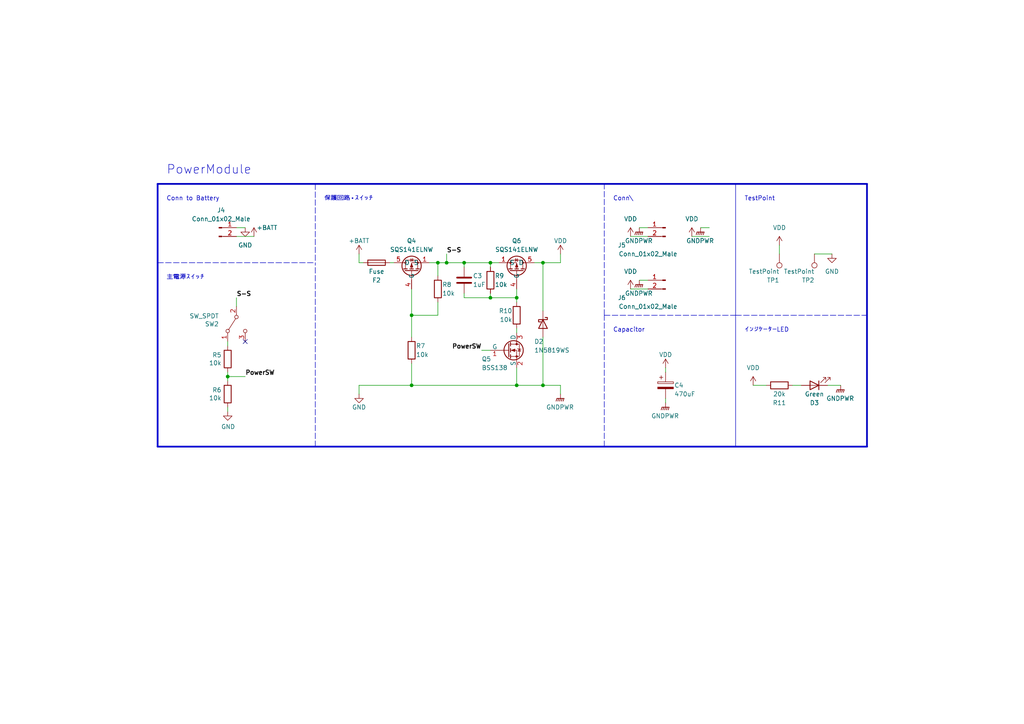
<source format=kicad_sch>
(kicad_sch (version 20230121) (generator eeschema)
  (paper "A4")
  (lib_symbols
    (symbol "AON6411_1"
      (property "Reference" "Q" (at 5.08 1.905 0))
      (property "Value" "AON6411" (at 5.08 0 0))
      (symbol "AON6411_1_0_1"
        (polyline (pts (xy 0.254 0) (xy -2.54 0)))
        (polyline (pts (xy 0.254 1.905) (xy 0.254 -1.905)) (stroke (width 0.254)))
        (polyline (pts (xy 0.762 -1.27) (xy 0.762 -2.286)) (stroke (width 0.254)))
        (polyline (pts (xy 0.762 0.508) (xy 0.762 -0.508)) (stroke (width 0.254)))
        (polyline (pts (xy 0.762 2.286) (xy 0.762 1.27)) (stroke (width 0.254)))
        (polyline (pts (xy 2.54 2.54) (xy 2.54 1.778)))
        (polyline (pts (xy 2.54 -2.54) (xy 2.54 0) (xy 0.762 0)))
        (polyline (pts (xy 0.762 1.778) (xy 3.302 1.778) (xy 3.302 -1.778) (xy 0.762 -1.778)))
        (polyline (pts (xy 2.286 0) (xy 1.27 0.381) (xy 1.27 -0.381) (xy 2.286 0)) (fill (type outline)))
        (polyline (pts (xy 2.794 -0.508) (xy 2.921 -0.381) (xy 3.683 -0.381) (xy 3.81 -0.254)))
        (polyline (pts (xy 3.302 -0.381) (xy 2.921 0.254) (xy 3.683 0.254) (xy 3.302 -0.381)))
        (circle (center 1.651 0) (radius 2.794) (stroke (width 0.254)))
        (circle (center 2.54 -1.778) (radius 0.254) (fill (type outline)))
        (circle (center 2.54 1.778) (radius 0.254) (fill (type outline)))
      )
      (symbol "AON6411_1_1_1"
        (pin passive line (at 2.54 -5.08 90) (length 2.54) (name "S") (number "1"))
        (pin passive line (at 2.54 -5.08 90) (length 2.54) hide (name "S") (number "2"))
        (pin passive line (at 2.54 -5.08 90) (length 2.54) hide (name "S") (number "3"))
        (pin input line (at -5.08 0 0) (length 2.54) (name "G") (number "4"))
        (pin passive line (at 2.54 5.08 270) (length 2.54) (name "D") (number "5"))
      )
    )
    (symbol "Connector:Conn_01x02_Male" (pin_names (offset 1.016) hide)
      (property "Reference" "J" (at 0 2.54 0))
      (property "Value" "Conn_01x02_Male" (at 0 -5.08 0))
      (symbol "Conn_01x02_Male_1_1"
        (polyline (pts (xy 1.27 -2.54) (xy 0.8636 -2.54)) (stroke (width 0.1524)))
        (polyline (pts (xy 1.27 0) (xy 0.8636 0)) (stroke (width 0.1524)))
        (rectangle (start 0.8636 -2.413) (end 0 -2.667) (stroke (width 0.1524)) (fill (type outline)))
        (rectangle (start 0.8636 0.127) (end 0 -0.127) (stroke (width 0.1524)) (fill (type outline)))
        (pin passive line (at 5.08 0 180) (length 3.81) (name "Pin_1") (number "1"))
        (pin passive line (at 5.08 -2.54 180) (length 3.81) (name "Pin_2") (number "2"))
      )
    )
    (symbol "Connector:TestPoint" (pin_numbers hide) (pin_names (offset 0.762) hide)
      (property "Reference" "TP" (at 0 6.858 0))
      (property "Value" "TestPoint" (at 0 5.08 0))
      (symbol "TestPoint_0_1"
        (circle (center 0 3.302) (radius 0.762))
      )
      (symbol "TestPoint_1_1"
        (pin passive line (at 0 0 90) (length 2.54) (name "1") (number "1"))
      )
    )
    (symbol "D_Schottky_3" (pin_numbers hide) (pin_names (offset 1.016) hide)
      (property "Reference" "D" (at 0 2.54 0))
      (property "Value" "D_Schottky_3" (at 0 -2.54 0))
      (symbol "D_Schottky_3_0_1"
        (polyline (pts (xy 1.27 0) (xy -1.27 0)))
        (polyline (pts (xy 1.27 1.27) (xy 1.27 -1.27) (xy -1.27 0) (xy 1.27 1.27)) (stroke (width 0.254)))
        (polyline (pts (xy -1.905 0.635) (xy -1.905 1.27) (xy -1.27 1.27) (xy -1.27 -1.27) (xy -0.635 -1.27) (xy -0.635 -0.635)) (stroke (width 0.254)))
      )
      (symbol "D_Schottky_3_1_1"
        (pin passive line (at -3.81 0 0) (length 2.54) (name "K") (number "1"))
        (pin passive line (at 3.81 0 180) (length 2.54) (name "A") (number "2"))
      )
    )
    (symbol "Device:C" (pin_numbers hide) (pin_names (offset 0.254))
      (property "Reference" "C" (at 0.635 2.54 0))
      (property "Value" "C" (at 0.635 -2.54 0))
      (symbol "C_0_1"
        (polyline (pts (xy -2.032 -0.762) (xy 2.032 -0.762)) (stroke (width 0.508)))
        (polyline (pts (xy -2.032 0.762) (xy 2.032 0.762)) (stroke (width 0.508)))
      )
      (symbol "C_1_1"
        (pin passive line (at 0 3.81 270) (length 2.794) (name "~") (number "1"))
        (pin passive line (at 0 -3.81 90) (length 2.794) (name "~") (number "2"))
      )
    )
    (symbol "Device:C_Polarized" (pin_numbers hide) (pin_names (offset 0.254))
      (property "Reference" "C" (at 0.635 2.54 0))
      (property "Value" "C_Polarized" (at 0.635 -2.54 0))
      (symbol "C_Polarized_0_1"
        (rectangle (start -2.286 0.508) (end 2.286 1.016))
        (polyline (pts (xy -1.778 2.286) (xy -0.762 2.286)))
        (polyline (pts (xy -1.27 2.794) (xy -1.27 1.778)))
        (rectangle (start 2.286 -0.508) (end -2.286 -1.016) (fill (type outline)))
      )
      (symbol "C_Polarized_1_1"
        (pin passive line (at 0 3.81 270) (length 2.794) (name "~") (number "1"))
        (pin passive line (at 0 -3.81 90) (length 2.794) (name "~") (number "2"))
      )
    )
    (symbol "Device:Fuse" (pin_numbers hide) (pin_names (offset 0))
      (property "Reference" "F" (at 2.032 0 90))
      (property "Value" "Fuse" (at -1.905 0 90))
      (symbol "Fuse_0_1"
        (rectangle (start -0.762 -2.54) (end 0.762 2.54) (stroke (width 0.254)))
        (polyline (pts (xy 0 2.54) (xy 0 -2.54)))
      )
      (symbol "Fuse_1_1"
        (pin passive line (at 0 3.81 270) (length 1.27) (name "~") (number "1"))
        (pin passive line (at 0 -3.81 90) (length 1.27) (name "~") (number "2"))
      )
    )
    (symbol "Device:LED" (pin_numbers hide) (pin_names (offset 1.016) hide)
      (property "Reference" "D" (at 0 2.54 0))
      (property "Value" "LED" (at 0 -2.54 0))
      (symbol "LED_0_1"
        (polyline (pts (xy -1.27 -1.27) (xy -1.27 1.27)) (stroke (width 0.254)))
        (polyline (pts (xy -1.27 0) (xy 1.27 0)))
        (polyline (pts (xy 1.27 -1.27) (xy 1.27 1.27) (xy -1.27 0) (xy 1.27 -1.27)) (stroke (width 0.254)))
        (polyline (pts (xy -3.048 -0.762) (xy -4.572 -2.286) (xy -3.81 -2.286) (xy -4.572 -2.286) (xy -4.572 -1.524)))
        (polyline (pts (xy -1.778 -0.762) (xy -3.302 -2.286) (xy -2.54 -2.286) (xy -3.302 -2.286) (xy -3.302 -1.524)))
      )
      (symbol "LED_1_1"
        (pin passive line (at -3.81 0 0) (length 2.54) (name "K") (number "1"))
        (pin passive line (at 3.81 0 180) (length 2.54) (name "A") (number "2"))
      )
    )
    (symbol "Device:R" (pin_numbers hide) (pin_names (offset 0))
      (property "Reference" "R" (at 2.032 0 90))
      (property "Value" "R" (at 0 0 90))
      (symbol "R_0_1"
        (rectangle (start -1.016 -2.54) (end 1.016 2.54) (stroke (width 0.254)))
      )
      (symbol "R_1_1"
        (pin passive line (at 0 3.81 270) (length 1.27) (name "~") (number "1"))
        (pin passive line (at 0 -3.81 90) (length 1.27) (name "~") (number "2"))
      )
    )
    (symbol "Q_NMOS_GSD_1" (pin_names (offset 0))
      (property "Reference" "Q" (at 5.08 1.27 0))
      (property "Value" "Q_NMOS_GSD_1" (at 5.08 -1.27 0))
      (symbol "Q_NMOS_GSD_1_0_1"
        (polyline (pts (xy 0.254 0) (xy -2.54 0)))
        (polyline (pts (xy 0.254 1.905) (xy 0.254 -1.905)) (stroke (width 0.254)))
        (polyline (pts (xy 0.762 -1.27) (xy 0.762 -2.286)) (stroke (width 0.254)))
        (polyline (pts (xy 0.762 0.508) (xy 0.762 -0.508)) (stroke (width 0.254)))
        (polyline (pts (xy 0.762 2.286) (xy 0.762 1.27)) (stroke (width 0.254)))
        (polyline (pts (xy 2.54 2.54) (xy 2.54 1.778)))
        (polyline (pts (xy 2.54 -2.54) (xy 2.54 0) (xy 0.762 0)))
        (polyline (pts (xy 0.762 -1.778) (xy 3.302 -1.778) (xy 3.302 1.778) (xy 0.762 1.778)))
        (polyline (pts (xy 1.016 0) (xy 2.032 0.381) (xy 2.032 -0.381) (xy 1.016 0)) (fill (type outline)))
        (polyline (pts (xy 2.794 0.508) (xy 2.921 0.381) (xy 3.683 0.381) (xy 3.81 0.254)))
        (polyline (pts (xy 3.302 0.381) (xy 2.921 -0.254) (xy 3.683 -0.254) (xy 3.302 0.381)))
        (circle (center 1.651 0) (radius 2.794) (stroke (width 0.254)))
        (circle (center 2.54 -1.778) (radius 0.254) (fill (type outline)))
        (circle (center 2.54 1.778) (radius 0.254) (fill (type outline)))
      )
      (symbol "Q_NMOS_GSD_1_1_1"
        (pin input line (at -5.08 0 0) (length 2.54) (name "G") (number "1"))
        (pin passive line (at 2.54 -5.08 90) (length 2.54) (name "S") (number "2"))
        (pin passive line (at 2.54 5.08 270) (length 2.54) (name "D") (number "3"))
      )
    )
    (symbol "Switch:SW_SPDT" (pin_names (offset 0) hide)
      (property "Reference" "SW" (at 0 4.318 0))
      (property "Value" "SW_SPDT" (at 0 -5.08 0))
      (symbol "SW_SPDT_0_0"
        (circle (center -2.032 0) (radius 0.508))
        (circle (center 2.032 -2.54) (radius 0.508))
      )
      (symbol "SW_SPDT_0_1"
        (polyline (pts (xy -1.524 0.254) (xy 1.651 2.286)))
        (circle (center 2.032 2.54) (radius 0.508))
      )
      (symbol "SW_SPDT_1_1"
        (pin passive line (at 5.08 2.54 180) (length 2.54) (name "A") (number "1"))
        (pin passive line (at -5.08 0 0) (length 2.54) (name "B") (number "2"))
        (pin passive line (at 5.08 -2.54 180) (length 2.54) (name "C") (number "3"))
      )
    )
    (symbol "Transistor_FET:AON6411"
      (property "Reference" "Q" (at 5.08 1.905 0))
      (property "Value" "AON6411" (at 5.08 0 0))
      (symbol "AON6411_0_1"
        (polyline (pts (xy 0.254 0) (xy -2.54 0)))
        (polyline (pts (xy 0.254 1.905) (xy 0.254 -1.905)) (stroke (width 0.254)))
        (polyline (pts (xy 0.762 -1.27) (xy 0.762 -2.286)) (stroke (width 0.254)))
        (polyline (pts (xy 0.762 0.508) (xy 0.762 -0.508)) (stroke (width 0.254)))
        (polyline (pts (xy 0.762 2.286) (xy 0.762 1.27)) (stroke (width 0.254)))
        (polyline (pts (xy 2.54 2.54) (xy 2.54 1.778)))
        (polyline (pts (xy 2.54 -2.54) (xy 2.54 0) (xy 0.762 0)))
        (polyline (pts (xy 0.762 1.778) (xy 3.302 1.778) (xy 3.302 -1.778) (xy 0.762 -1.778)))
        (polyline (pts (xy 2.286 0) (xy 1.27 0.381) (xy 1.27 -0.381) (xy 2.286 0)) (fill (type outline)))
        (polyline (pts (xy 2.794 -0.508) (xy 2.921 -0.381) (xy 3.683 -0.381) (xy 3.81 -0.254)))
        (polyline (pts (xy 3.302 -0.381) (xy 2.921 0.254) (xy 3.683 0.254) (xy 3.302 -0.381)))
        (circle (center 1.651 0) (radius 2.794) (stroke (width 0.254)))
        (circle (center 2.54 -1.778) (radius 0.254) (fill (type outline)))
        (circle (center 2.54 1.778) (radius 0.254) (fill (type outline)))
      )
      (symbol "AON6411_1_1"
        (pin passive line (at 2.54 -5.08 90) (length 2.54) (name "S") (number "1"))
        (pin passive line (at 2.54 -5.08 90) (length 2.54) hide (name "S") (number "2"))
        (pin passive line (at 2.54 -5.08 90) (length 2.54) hide (name "S") (number "3"))
        (pin input line (at -5.08 0 0) (length 2.54) (name "G") (number "4"))
        (pin passive line (at 2.54 5.08 270) (length 2.54) (name "D") (number "5"))
      )
    )
    (symbol "power:+BATT" (power) (pin_names (offset 0))
      (property "Value" "+BATT" (at 0 3.556 0))
      (symbol "+BATT_0_1"
        (polyline (pts (xy -0.762 1.27) (xy 0 2.54)))
        (polyline (pts (xy 0 0) (xy 0 2.54)))
        (polyline (pts (xy 0 2.54) (xy 0.762 1.27)))
      )
      (symbol "+BATT_1_1"
        (pin power_in line (at 0 0 90) (length 0) hide (name "+BATT") (number "1"))
      )
    )
    (symbol "power:GND" (power) (pin_names (offset 0))
      (property "Value" "GND" (at 0 -3.81 0))
      (symbol "GND_0_1"
        (polyline (pts (xy 0 0) (xy 0 -1.27) (xy 1.27 -1.27) (xy 0 -2.54) (xy -1.27 -1.27) (xy 0 -1.27)))
      )
      (symbol "GND_1_1"
        (pin power_in line (at 0 0 270) (length 0) hide (name "GND") (number "1"))
      )
    )
    (symbol "power:GNDPWR" (power) (pin_names (offset 0))
      (property "Value" "GNDPWR" (at 0 -3.302 0))
      (symbol "GNDPWR_0_1"
        (polyline (pts (xy 0 -1.27) (xy 0 0)))
        (polyline (pts (xy -1.016 -1.27) (xy -1.27 -2.032) (xy -1.27 -2.032)) (stroke (width 0.2032)))
        (polyline (pts (xy -0.508 -1.27) (xy -0.762 -2.032) (xy -0.762 -2.032)) (stroke (width 0.2032)))
        (polyline (pts (xy 0 -1.27) (xy -0.254 -2.032) (xy -0.254 -2.032)) (stroke (width 0.2032)))
        (polyline (pts (xy 0.508 -1.27) (xy 0.254 -2.032) (xy 0.254 -2.032)) (stroke (width 0.2032)))
        (polyline (pts (xy 1.016 -1.27) (xy -1.016 -1.27) (xy -1.016 -1.27)) (stroke (width 0.2032)))
        (polyline (pts (xy 1.016 -1.27) (xy 0.762 -2.032) (xy 0.762 -2.032) (xy 0.762 -2.032)) (stroke (width 0.2032)))
      )
      (symbol "GNDPWR_1_1"
        (pin power_in line (at 0 0 270) (length 0) hide (name "GNDPWR") (number "1"))
      )
    )
    (symbol "power:VDD" (power) (pin_names (offset 0))
      (property "Value" "VDD" (at 0 3.81 0))
      (symbol "VDD_0_1"
        (polyline (pts (xy -0.762 1.27) (xy 0 2.54)))
        (polyline (pts (xy 0 0) (xy 0 2.54)))
        (polyline (pts (xy 0 2.54) (xy 0.762 1.27)))
      )
      (symbol "VDD_1_1"
        (pin power_in line (at 0 0 90) (length 0) hide (name "VDD") (number "1"))
      )
    )
  )
  (junction (at 142.24 76.2))
  (junction (at 142.24 86.36))
  (junction (at 157.48 76.2))
  (junction (at 149.86 86.36))
  (junction (at 157.48 111.76))
  (junction (at 119.38 111.76))
  (junction (at 119.38 91.44))
  (junction (at 149.86 111.76))
  (junction (at 127 76.2))
  (junction (at 129.54 76.2))
  (junction (at 66.04 109.22))
  (junction (at 134.62 76.2))
  (no_connect (at 71.12 99.06))
  (polyline (pts (xy 45.72 53.34) (xy 251.46 53.34)) (stroke (width 0.5) (type solid)))
  (wire (pts (xy 129.54 73.66) (xy 129.54 76.2)))
  (wire (pts (xy 149.86 106.68) (xy 149.86 111.76)))
  (wire (pts (xy 162.56 114.3) (xy 162.56 111.76)))
  (wire (pts (xy 127 87.63) (xy 127 91.44)))
  (wire (pts (xy 104.14 111.76) (xy 119.38 111.76)))
  (wire (pts (xy 187.96 81.28) (xy 185.42 81.28)))
  (polyline (pts (xy 45.72 76.2) (xy 91.44 76.2)) (stroke (width 0) (type dash)))
  (wire (pts (xy 71.12 109.22) (xy 66.04 109.22)))
  (wire (pts (xy 205.74 66.04) (xy 203.2 66.04)))
  (wire (pts (xy 139.7 101.6) (xy 142.24 101.6)))
  (wire (pts (xy 157.48 76.2) (xy 162.56 76.2)))
  (wire (pts (xy 236.22 73.66) (xy 241.3 73.66)))
  (wire (pts (xy 154.94 76.2) (xy 157.48 76.2)))
  (wire (pts (xy 149.86 86.36) (xy 149.86 87.63)))
  (wire (pts (xy 66.04 118.11) (xy 66.04 119.38)))
  (wire (pts (xy 66.04 109.22) (xy 66.04 110.49)))
  (wire (pts (xy 127 91.44) (xy 119.38 91.44)))
  (wire (pts (xy 134.62 86.36) (xy 142.24 86.36)))
  (wire (pts (xy 229.87 111.76) (xy 232.41 111.76)))
  (wire (pts (xy 149.86 95.25) (xy 149.86 96.52)))
  (polyline (pts (xy 91.44 129.54) (xy 91.44 76.2)) (stroke (width 0) (type dash)))
  (wire (pts (xy 113.03 76.2) (xy 114.3 76.2)))
  (wire (pts (xy 218.44 111.76) (xy 222.25 111.76)))
  (wire (pts (xy 68.58 66.04) (xy 71.12 66.04)))
  (wire (pts (xy 157.48 111.76) (xy 162.56 111.76)))
  (wire (pts (xy 104.14 111.76) (xy 104.14 114.3)))
  (wire (pts (xy 124.46 76.2) (xy 127 76.2)))
  (wire (pts (xy 119.38 105.41) (xy 119.38 111.76)))
  (wire (pts (xy 157.48 97.79) (xy 157.48 111.76)))
  (wire (pts (xy 142.24 86.36) (xy 149.86 86.36)))
  (wire (pts (xy 193.04 106.68) (xy 193.04 107.95)))
  (wire (pts (xy 134.62 85.09) (xy 134.62 86.36)))
  (wire (pts (xy 157.48 76.2) (xy 157.48 90.17)))
  (wire (pts (xy 127 76.2) (xy 127 80.01)))
  (wire (pts (xy 119.38 83.82) (xy 119.38 91.44)))
  (wire (pts (xy 142.24 85.09) (xy 142.24 86.36)))
  (wire (pts (xy 66.04 107.95) (xy 66.04 109.22)))
  (wire (pts (xy 66.04 99.06) (xy 66.04 100.33)))
  (wire (pts (xy 142.24 76.2) (xy 144.78 76.2)))
  (polyline (pts (xy 213.36 91.44) (xy 251.46 91.44)) (stroke (width 0) (type dash)))
  (polyline (pts (xy 175.26 129.54) (xy 175.26 91.44)) (stroke (width 0) (type dash)))
  (wire (pts (xy 149.86 111.76) (xy 157.48 111.76)))
  (wire (pts (xy 193.04 115.57) (xy 193.04 116.84)))
  (wire (pts (xy 119.38 91.44) (xy 119.38 97.79)))
  (wire (pts (xy 104.14 76.2) (xy 105.41 76.2)))
  (wire (pts (xy 134.62 76.2) (xy 142.24 76.2)))
  (wire (pts (xy 68.58 68.58) (xy 73.66 68.58)))
  (wire (pts (xy 187.96 83.82) (xy 182.88 83.82)))
  (wire (pts (xy 187.96 68.58) (xy 182.88 68.58)))
  (wire (pts (xy 68.58 86.36) (xy 68.58 88.9)))
  (wire (pts (xy 240.03 111.76) (xy 243.84 111.76)))
  (wire (pts (xy 162.56 73.66) (xy 162.56 76.2)))
  (polyline (pts (xy 175.26 91.44) (xy 175.26 53.34)) (stroke (width 0) (type dash)))
  (polyline (pts (xy 251.46 129.54) (xy 45.72 129.54)) (stroke (width 0.5) (type solid)))
  (wire (pts (xy 134.62 76.2) (xy 134.62 77.47)))
  (wire (pts (xy 104.14 73.66) (xy 104.14 76.2)))
  (wire (pts (xy 187.96 66.04) (xy 185.42 66.04)))
  (wire (pts (xy 142.24 76.2) (xy 142.24 77.47)))
  (wire (pts (xy 205.74 68.58) (xy 200.66 68.58)))
  (polyline (pts (xy 91.44 53.34) (xy 91.44 76.2)) (stroke (width 0) (type dash)))
  (wire (pts (xy 149.86 83.82) (xy 149.86 86.36)))
  (polyline (pts (xy 251.46 53.34) (xy 251.46 129.54)) (stroke (width 0.5) (type solid)))
  (polyline (pts (xy 213.36 91.44) (xy 213.36 53.34)) (stroke (width 0) (type solid)))
  (polyline (pts (xy 45.72 129.54) (xy 45.72 53.34)) (stroke (width 0.5) (type solid)))
  (wire (pts (xy 119.38 111.76) (xy 149.86 111.76)))
  (wire (pts (xy 127 76.2) (xy 129.54 76.2)))
  (wire (pts (xy 226.06 71.12) (xy 226.06 73.66)))
  (wire (pts (xy 129.54 76.2) (xy 134.62 76.2)))
  (polyline (pts (xy 213.36 129.54) (xy 213.36 91.44)) (stroke (width 0) (type solid)))
  (polyline (pts (xy 175.26 91.44) (xy 213.36 91.44)) (stroke (width 0) (type dash)))
  (text "Capacitor" (at 177.8 96.52 0) (effects (font (size 1.27 1.27)) (justify left bottom)))
  (text "Conn\\" (at 177.8 58.42 0) (effects (font (size 1.27 1.27)) (justify left bottom)))
  (text "TestPoint" (at 215.9 58.42 0) (effects (font (size 1.27 1.27)) (justify left bottom)))
  (text "保護回路・スイッチ" (at 93.98 58.42 0) (effects (font (size 1.27 1.27)) (justify left bottom)))
  (text "インジケーターLED" (at 215.9 96.52 0) (effects (font (size 1.27 1.27)) (justify left bottom)))
  (text "主電源スイッチ" (at 48.26 81.28 0) (effects (font (size 1.27 1.27)) (justify left bottom)))
  (text "PowerModule" (at 48.26 50.8 0) (effects (font (size 2.54 2.54)) (justify left bottom)))
  (text "Conn to Battery" (at 48.26 58.42 0) (effects (font (size 1.27 1.27)) (justify left bottom)))
  (label "PowerSW" (at 71.12 109.22 0) (effects (font (thickness 0.254) bold)))
  (label "S-S" (at 68.58 86.36 0) (effects (font (thickness 0.254) bold)))
  (label "PowerSW" (at 139.7 101.6 180) (effects (font (thickness 0.254) bold)))
  (label "S-S" (at 129.54 73.66 0) (effects (font (thickness 0.254) bold)))
  (symbol (lib_id "Device:R") (at 142.24 81.28 0) (unit 1)
    (property "Reference" "R9" (at 143.51 80.01 0) (effects (justify left)))
    (property "Value" "10k" (at 143.51 82.55 0) (effects (justify left)))
    (property "Footprint" "Resistor_SMD:R_0402_1005Metric" (effects hide))
  )
  (symbol (lib_id "Device:R") (at 66.04 114.3 0) (mirror y) (unit 1)
    (property "Reference" "R6" (at 64.262 113.1316 0) (effects (justify left)))
    (property "Value" "10k" (at 64.262 115.443 0) (effects (justify left)))
    (property "Footprint" "Resistor_SMD:R_0402_1005Metric" (effects hide))
  )
  (symbol (lib_id "power:GNDPWR") (at 185.42 81.28 0) (unit 1)
    (property "Reference" "#PWR027" (effects hide))
    (property "Value" "GNDPWR" (at 185.293 85.09 0))
  )
  (symbol (lib_id "Connector:Conn_01x02_Male") (at 193.04 66.04 0) (mirror y) (unit 1)
    (property "Reference" "J5" (at 180.34 71.12 0))
    (property "Value" "Conn_01x02_Male" (at 187.96 73.66 0))
    (property "Footprint" "Connector_Molex:Molex_SPOX_5267-02A_1x02_P2.50mm_Vertical" (effects hide))
  )
  (symbol (lib_name "D_Schottky_3") (lib_id "Device:D_Schottky") (at 157.48 93.98 270) (unit 1)
    (property "Reference" "D2" (at 154.94 99.06 90) (effects (justify left)))
    (property "Value" "1N5819WS" (at 154.94 101.6 90) (effects (justify left)))
    (property "Footprint" "Diode_SMD:D_SOD-323_HandSoldering" (effects hide))
  )
  (symbol (lib_id "Connector:Conn_01x02_Male") (at 63.5 66.04 0) (unit 1)
    (property "Reference" "J4" (at 64.135 60.96 0))
    (property "Value" "Conn_01x02_Male" (at 64.135 63.5 0))
    (property "Footprint" "Connector_AMASS:AMASS_XT30U-M_1x02_P5.0mm_Vertical" (effects hide))
  )
  (symbol (lib_id "power:GND") (at 241.3 73.66 0) (unit 1)
    (property "Reference" "#PWR024" (effects hide))
    (property "Value" "GND" (at 241.3 78.74 0))
  )
  (symbol (lib_id "power:GNDPWR") (at 185.42 66.04 0) (unit 1)
    (property "Reference" "#PWR019" (effects hide))
    (property "Value" "GNDPWR" (at 185.293 69.85 0))
  )
  (symbol (lib_id "power:GNDPWR") (at 193.04 116.84 0) (unit 1)
    (property "Reference" "#PWR021" (effects hide))
    (property "Value" "GNDPWR" (at 192.913 120.65 0))
  )
  (symbol (lib_id "power:GND") (at 104.14 114.3 0) (unit 1)
    (property "Reference" "#PWR015" (effects hide))
    (property "Value" "GND" (at 104.14 118.11 0))
  )
  (symbol (lib_id "Device:C_Polarized") (at 193.04 111.76 0) (unit 1)
    (property "Reference" "C4" (at 195.58 111.76 0) (effects (justify left)))
    (property "Value" "470uF" (at 195.58 114.3 0) (effects (justify left)))
    (property "Footprint" "Capacitor_SMD:C_Elec_8x10.2" (effects hide))
  )
  (symbol (lib_id "power:GNDPWR") (at 243.84 111.76 0) (unit 1)
    (property "Reference" "#PWR025" (effects hide))
    (property "Value" "GNDPWR" (at 243.713 115.57 0))
  )
  (symbol (lib_id "power:VDD") (at 200.66 68.58 0) (unit 1)
    (property "Reference" "#PWR028" (effects hide))
    (property "Value" "VDD" (at 200.66 63.5 0))
  )
  (symbol (lib_id "Device:LED") (at 236.22 111.76 180) (unit 1)
    (property "Reference" "D3" (at 236.22 116.84 0))
    (property "Value" "Green" (at 236.22 114.3 0))
    (property "Footprint" "LED_SMD:LED_0603_1608Metric_Pad1.05x0.95mm_HandSolder" (effects hide))
  )
  (symbol (lib_id "Device:R") (at 149.86 91.44 0) (mirror y) (unit 1)
    (property "Reference" "R10" (at 148.59 90.17 0) (effects (justify left)))
    (property "Value" "10k" (at 148.59 92.71 0) (effects (justify left)))
    (property "Footprint" "Resistor_SMD:R_0402_1005Metric" (effects hide))
  )
  (symbol (lib_id "Device:C") (at 134.62 81.28 0) (unit 1)
    (property "Reference" "C3" (at 137.16 80.01 0) (effects (justify left)))
    (property "Value" "1uF" (at 137.16 82.55 0) (effects (justify left)))
    (property "Footprint" "Capacitor_SMD:C_0402_1005Metric" (effects hide))
  )
  (symbol (lib_id "Device:R") (at 66.04 104.14 0) (mirror y) (unit 1)
    (property "Reference" "R5" (at 64.262 102.9716 0) (effects (justify left)))
    (property "Value" "10k" (at 64.262 105.283 0) (effects (justify left)))
    (property "Footprint" "Resistor_SMD:R_0402_1005Metric" (effects hide))
  )
  (symbol (lib_id "Device:R") (at 119.38 101.6 0) (unit 1)
    (property "Reference" "R7" (at 120.65 100.33 0) (effects (justify left)))
    (property "Value" "10k" (at 120.65 102.87 0) (effects (justify left)))
    (property "Footprint" "Resistor_SMD:R_0402_1005Metric" (effects hide))
  )
  (symbol (lib_id "Device:Fuse") (at 109.22 76.2 90) (mirror x) (unit 1)
    (property "Reference" "F2" (at 109.22 81.28 90))
    (property "Value" "Fuse" (at 109.22 78.74 90))
    (property "Footprint" "Fuse:Fuseholder_Blade_Mini_Keystone_3568" (effects hide))
  )
  (symbol (lib_id "power:VDD") (at 218.44 111.76 0) (unit 1)
    (property "Reference" "#PWR022" (effects hide))
    (property "Value" "VDD" (at 218.44 106.68 0))
  )
  (symbol (lib_id "power:GND") (at 71.12 66.04 0) (unit 1)
    (property "Reference" "#PWR012" (effects hide))
    (property "Value" "GND" (at 71.12 71.12 0))
  )
  (symbol (lib_id "Device:R") (at 127 83.82 0) (unit 1)
    (property "Reference" "R8" (at 128.27 82.55 0) (effects (justify left)))
    (property "Value" "10k" (at 128.27 85.09 0) (effects (justify left)))
    (property "Footprint" "Resistor_SMD:R_0402_1005Metric" (effects hide))
  )
  (symbol (lib_id "power:GNDPWR") (at 203.2 66.04 0) (unit 1)
    (property "Reference" "#PWR029" (effects hide))
    (property "Value" "GNDPWR" (at 203.073 69.85 0))
  )
  (symbol (lib_id "Connector:TestPoint") (at 226.06 73.66 180) (unit 1)
    (property "Reference" "TP1" (at 226.06 81.28 0) (effects (justify left)))
    (property "Value" "TestPoint" (at 226.06 78.74 0) (effects (justify left)))
    (property "Footprint" "TestPoint:TestPoint_THTPad_D2.0mm_Drill1.0mm" (effects hide))
  )
  (symbol (lib_id "power:VDD") (at 193.04 106.68 0) (unit 1)
    (property "Reference" "#PWR020" (effects hide))
    (property "Value" "VDD" (at 193.04 102.87 0))
  )
  (symbol (lib_id "Switch:SW_SPDT") (at 68.58 93.98 90) (mirror x) (unit 1)
    (property "Reference" "SW2" (at 63.5 93.98 90) (effects (justify left)))
    (property "Value" "SW_SPDT" (at 63.5 91.6686 90) (effects (justify left)))
    (property "Footprint" "TomoshibiLibrary:SW_Slide_3P_SPDT" (effects hide))
  )
  (symbol (lib_id "power:+BATT") (at 104.14 73.66 0) (unit 1)
    (property "Reference" "#PWR014" (effects hide))
    (property "Value" "+BATT" (at 104.14 69.85 0))
  )
  (symbol (lib_id "power:VDD") (at 182.88 68.58 0) (unit 1)
    (property "Reference" "#PWR018" (effects hide))
    (property "Value" "VDD" (at 182.88 63.5 0))
  )
  (symbol (lib_id "Device:R") (at 226.06 111.76 270) (mirror x) (unit 1)
    (property "Reference" "R11" (at 226.06 116.84 90))
    (property "Value" "20k" (at 226.06 114.3 90))
    (property "Footprint" "Resistor_SMD:R_0402_1005Metric" (effects hide))
  )
  (symbol (lib_id "power:+BATT") (at 73.66 68.58 0) (unit 1)
    (property "Reference" "#PWR013" (effects hide))
    (property "Value" "+BATT" (at 77.47 66.04 0))
  )
  (symbol (lib_id "Transistor_FET:AON6411") (at 119.38 78.74 90) (unit 1)
    (property "Reference" "Q4" (at 119.38 69.85 90))
    (property "Value" "SQS141ELNW" (at 119.38 72.39 90))
    (property "Footprint" "TomoshibiLibrary:Package_TSON-Advance" (effects hide))
    (property "Datasheet" "http://www.aosmd.com/res/data_sheets/AON6411.pdf" (effects hide))
  )
  (symbol (lib_id "power:VDD") (at 162.56 73.66 0) (unit 1)
    (property "Reference" "#PWR016" (effects hide))
    (property "Value" "VDD" (at 162.56 69.85 0))
  )
  (symbol (lib_name "Q_NMOS_GSD_1") (lib_id "Device:Q_NMOS_GSD") (at 147.32 101.6 0) (unit 1)
    (property "Reference" "Q5" (at 139.7 104.14 0) (effects (justify left)))
    (property "Value" "BSS138" (at 139.7 106.68 0) (effects (justify left)))
    (property "Footprint" "Package_TO_SOT_SMD:SOT-23" (effects hide))
  )
  (symbol (lib_id "Connector:Conn_01x02_Male") (at 193.04 81.28 0) (mirror y) (unit 1)
    (property "Reference" "J6" (at 180.34 86.36 0))
    (property "Value" "Conn_01x02_Male" (at 187.96 88.9 0))
    (property "Footprint" "Connector_Molex:Molex_SPOX_5267-02A_1x02_P2.50mm_Vertical" (effects hide))
  )
  (symbol (lib_id "power:GND") (at 66.04 119.38 0) (unit 1)
    (property "Reference" "#PWR08" (effects hide))
    (property "Value" "GND" (at 66.167 123.7742 0))
  )
  (symbol (lib_name "AON6411_1") (lib_id "Transistor_FET:AON6411") (at 149.86 78.74 270) (mirror x) (unit 1)
    (property "Reference" "Q6" (at 149.86 69.85 90))
    (property "Value" "SQS141ELNW" (at 149.86 72.39 90))
    (property "Footprint" "TomoshibiLibrary:Package_TSON-Advance" (effects hide))
    (property "Datasheet" "http://www.aosmd.com/res/data_sheets/AON6411.pdf" (effects hide))
  )
  (symbol (lib_id "Connector:TestPoint") (at 236.22 73.66 180) (unit 1)
    (property "Reference" "TP2" (at 236.22 81.28 0) (effects (justify left)))
    (property "Value" "TestPoint" (at 236.22 78.74 0) (effects (justify left)))
    (property "Footprint" "TestPoint:TestPoint_THTPad_D2.0mm_Drill1.0mm" (effects hide))
  )
  (symbol (lib_id "power:GNDPWR") (at 162.56 114.3 0) (unit 1)
    (property "Reference" "#PWR017" (effects hide))
    (property "Value" "GNDPWR" (at 162.433 118.11 0))
  )
  (symbol (lib_id "power:VDD") (at 226.06 71.12 0) (unit 1)
    (property "Reference" "#PWR023" (effects hide))
    (property "Value" "VDD" (at 226.06 66.04 0))
  )
  (symbol (lib_id "power:VDD") (at 182.88 83.82 0) (unit 1)
    (property "Reference" "#PWR026" (effects hide))
    (property "Value" "VDD" (at 182.88 78.74 0))
  )
)
</source>
